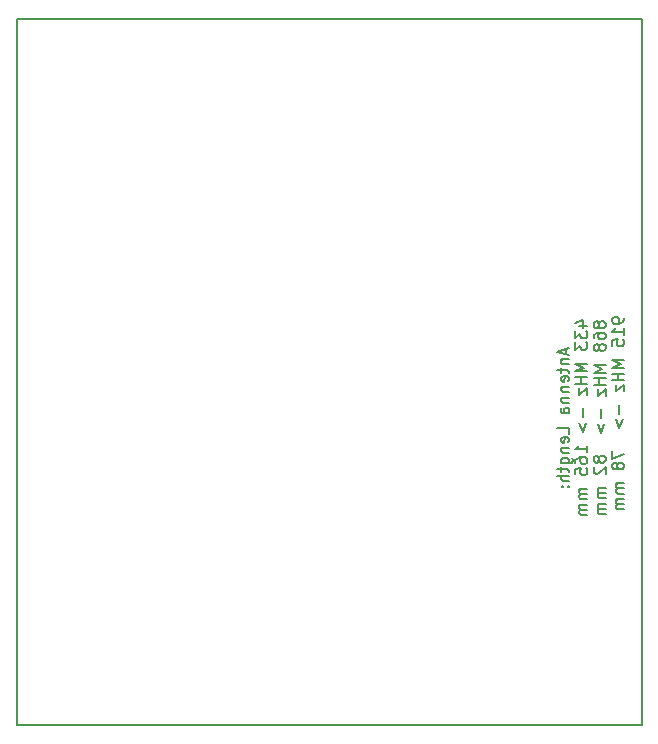
<source format=gbo>
G04 #@! TF.FileFunction,Legend,Bot*
%FSLAX46Y46*%
G04 Gerber Fmt 4.6, Leading zero omitted, Abs format (unit mm)*
G04 Created by KiCad (PCBNEW 4.0.2+e4-6225~38~ubuntu14.04.1-stable) date Wed 15 Jun 2016 12:47:41 PM EEST*
%MOMM*%
G01*
G04 APERTURE LIST*
%ADD10C,0.100000*%
%ADD11C,0.150000*%
%ADD12C,4.900000*%
%ADD13C,1.299160*%
%ADD14R,2.127200X2.127200*%
%ADD15O,2.127200X2.127200*%
%ADD16R,2.635200X2.635200*%
%ADD17C,1.797000*%
%ADD18R,2.400000X2.400000*%
%ADD19C,2.400000*%
G04 APERTURE END LIST*
D10*
D11*
X160274667Y-84947856D02*
X160274667Y-85424047D01*
X160560381Y-84852618D02*
X159560381Y-85185951D01*
X160560381Y-85519285D01*
X159893714Y-85852618D02*
X160560381Y-85852618D01*
X159988952Y-85852618D02*
X159941333Y-85900237D01*
X159893714Y-85995475D01*
X159893714Y-86138333D01*
X159941333Y-86233571D01*
X160036571Y-86281190D01*
X160560381Y-86281190D01*
X159893714Y-86614523D02*
X159893714Y-86995475D01*
X159560381Y-86757380D02*
X160417524Y-86757380D01*
X160512762Y-86804999D01*
X160560381Y-86900237D01*
X160560381Y-86995475D01*
X160512762Y-87709762D02*
X160560381Y-87614524D01*
X160560381Y-87424047D01*
X160512762Y-87328809D01*
X160417524Y-87281190D01*
X160036571Y-87281190D01*
X159941333Y-87328809D01*
X159893714Y-87424047D01*
X159893714Y-87614524D01*
X159941333Y-87709762D01*
X160036571Y-87757381D01*
X160131810Y-87757381D01*
X160227048Y-87281190D01*
X159893714Y-88185952D02*
X160560381Y-88185952D01*
X159988952Y-88185952D02*
X159941333Y-88233571D01*
X159893714Y-88328809D01*
X159893714Y-88471667D01*
X159941333Y-88566905D01*
X160036571Y-88614524D01*
X160560381Y-88614524D01*
X159893714Y-89090714D02*
X160560381Y-89090714D01*
X159988952Y-89090714D02*
X159941333Y-89138333D01*
X159893714Y-89233571D01*
X159893714Y-89376429D01*
X159941333Y-89471667D01*
X160036571Y-89519286D01*
X160560381Y-89519286D01*
X160560381Y-90424048D02*
X160036571Y-90424048D01*
X159941333Y-90376429D01*
X159893714Y-90281191D01*
X159893714Y-90090714D01*
X159941333Y-89995476D01*
X160512762Y-90424048D02*
X160560381Y-90328810D01*
X160560381Y-90090714D01*
X160512762Y-89995476D01*
X160417524Y-89947857D01*
X160322286Y-89947857D01*
X160227048Y-89995476D01*
X160179429Y-90090714D01*
X160179429Y-90328810D01*
X160131810Y-90424048D01*
X160560381Y-92138334D02*
X160560381Y-91662143D01*
X159560381Y-91662143D01*
X160512762Y-92852620D02*
X160560381Y-92757382D01*
X160560381Y-92566905D01*
X160512762Y-92471667D01*
X160417524Y-92424048D01*
X160036571Y-92424048D01*
X159941333Y-92471667D01*
X159893714Y-92566905D01*
X159893714Y-92757382D01*
X159941333Y-92852620D01*
X160036571Y-92900239D01*
X160131810Y-92900239D01*
X160227048Y-92424048D01*
X159893714Y-93328810D02*
X160560381Y-93328810D01*
X159988952Y-93328810D02*
X159941333Y-93376429D01*
X159893714Y-93471667D01*
X159893714Y-93614525D01*
X159941333Y-93709763D01*
X160036571Y-93757382D01*
X160560381Y-93757382D01*
X159893714Y-94662144D02*
X160703238Y-94662144D01*
X160798476Y-94614525D01*
X160846095Y-94566906D01*
X160893714Y-94471667D01*
X160893714Y-94328810D01*
X160846095Y-94233572D01*
X160512762Y-94662144D02*
X160560381Y-94566906D01*
X160560381Y-94376429D01*
X160512762Y-94281191D01*
X160465143Y-94233572D01*
X160369905Y-94185953D01*
X160084190Y-94185953D01*
X159988952Y-94233572D01*
X159941333Y-94281191D01*
X159893714Y-94376429D01*
X159893714Y-94566906D01*
X159941333Y-94662144D01*
X159893714Y-94995477D02*
X159893714Y-95376429D01*
X159560381Y-95138334D02*
X160417524Y-95138334D01*
X160512762Y-95185953D01*
X160560381Y-95281191D01*
X160560381Y-95376429D01*
X160560381Y-95709763D02*
X159560381Y-95709763D01*
X160560381Y-96138335D02*
X160036571Y-96138335D01*
X159941333Y-96090716D01*
X159893714Y-95995478D01*
X159893714Y-95852620D01*
X159941333Y-95757382D01*
X159988952Y-95709763D01*
X160465143Y-96614525D02*
X160512762Y-96662144D01*
X160560381Y-96614525D01*
X160512762Y-96566906D01*
X160465143Y-96614525D01*
X160560381Y-96614525D01*
X159941333Y-96614525D02*
X159988952Y-96662144D01*
X160036571Y-96614525D01*
X159988952Y-96566906D01*
X159941333Y-96614525D01*
X160036571Y-96614525D01*
X161443714Y-83019286D02*
X162110381Y-83019286D01*
X161062762Y-82781190D02*
X161777048Y-82543095D01*
X161777048Y-83162143D01*
X161110381Y-83447857D02*
X161110381Y-84066905D01*
X161491333Y-83733571D01*
X161491333Y-83876429D01*
X161538952Y-83971667D01*
X161586571Y-84019286D01*
X161681810Y-84066905D01*
X161919905Y-84066905D01*
X162015143Y-84019286D01*
X162062762Y-83971667D01*
X162110381Y-83876429D01*
X162110381Y-83590714D01*
X162062762Y-83495476D01*
X162015143Y-83447857D01*
X161110381Y-84400238D02*
X161110381Y-85019286D01*
X161491333Y-84685952D01*
X161491333Y-84828810D01*
X161538952Y-84924048D01*
X161586571Y-84971667D01*
X161681810Y-85019286D01*
X161919905Y-85019286D01*
X162015143Y-84971667D01*
X162062762Y-84924048D01*
X162110381Y-84828810D01*
X162110381Y-84543095D01*
X162062762Y-84447857D01*
X162015143Y-84400238D01*
X162110381Y-86209762D02*
X161110381Y-86209762D01*
X161824667Y-86543096D01*
X161110381Y-86876429D01*
X162110381Y-86876429D01*
X162110381Y-87352619D02*
X161110381Y-87352619D01*
X161586571Y-87352619D02*
X161586571Y-87924048D01*
X162110381Y-87924048D02*
X161110381Y-87924048D01*
X161443714Y-88305000D02*
X161443714Y-88828810D01*
X162110381Y-88305000D01*
X162110381Y-88828810D01*
X161729429Y-89971667D02*
X161729429Y-90733572D01*
X161443714Y-91209762D02*
X161729429Y-91971667D01*
X162015143Y-91209762D01*
X162110381Y-93733572D02*
X162110381Y-93162143D01*
X162110381Y-93447857D02*
X161110381Y-93447857D01*
X161253238Y-93352619D01*
X161348476Y-93257381D01*
X161396095Y-93162143D01*
X161110381Y-94590715D02*
X161110381Y-94400238D01*
X161158000Y-94305000D01*
X161205619Y-94257381D01*
X161348476Y-94162143D01*
X161538952Y-94114524D01*
X161919905Y-94114524D01*
X162015143Y-94162143D01*
X162062762Y-94209762D01*
X162110381Y-94305000D01*
X162110381Y-94495477D01*
X162062762Y-94590715D01*
X162015143Y-94638334D01*
X161919905Y-94685953D01*
X161681810Y-94685953D01*
X161586571Y-94638334D01*
X161538952Y-94590715D01*
X161491333Y-94495477D01*
X161491333Y-94305000D01*
X161538952Y-94209762D01*
X161586571Y-94162143D01*
X161681810Y-94114524D01*
X161110381Y-95590715D02*
X161110381Y-95114524D01*
X161586571Y-95066905D01*
X161538952Y-95114524D01*
X161491333Y-95209762D01*
X161491333Y-95447858D01*
X161538952Y-95543096D01*
X161586571Y-95590715D01*
X161681810Y-95638334D01*
X161919905Y-95638334D01*
X162015143Y-95590715D01*
X162062762Y-95543096D01*
X162110381Y-95447858D01*
X162110381Y-95209762D01*
X162062762Y-95114524D01*
X162015143Y-95066905D01*
X162110381Y-96828810D02*
X161443714Y-96828810D01*
X161538952Y-96828810D02*
X161491333Y-96876429D01*
X161443714Y-96971667D01*
X161443714Y-97114525D01*
X161491333Y-97209763D01*
X161586571Y-97257382D01*
X162110381Y-97257382D01*
X161586571Y-97257382D02*
X161491333Y-97305001D01*
X161443714Y-97400239D01*
X161443714Y-97543096D01*
X161491333Y-97638334D01*
X161586571Y-97685953D01*
X162110381Y-97685953D01*
X162110381Y-98162143D02*
X161443714Y-98162143D01*
X161538952Y-98162143D02*
X161491333Y-98209762D01*
X161443714Y-98305000D01*
X161443714Y-98447858D01*
X161491333Y-98543096D01*
X161586571Y-98590715D01*
X162110381Y-98590715D01*
X161586571Y-98590715D02*
X161491333Y-98638334D01*
X161443714Y-98733572D01*
X161443714Y-98876429D01*
X161491333Y-98971667D01*
X161586571Y-99019286D01*
X162110381Y-99019286D01*
X163088952Y-82828809D02*
X163041333Y-82733571D01*
X162993714Y-82685952D01*
X162898476Y-82638333D01*
X162850857Y-82638333D01*
X162755619Y-82685952D01*
X162708000Y-82733571D01*
X162660381Y-82828809D01*
X162660381Y-83019286D01*
X162708000Y-83114524D01*
X162755619Y-83162143D01*
X162850857Y-83209762D01*
X162898476Y-83209762D01*
X162993714Y-83162143D01*
X163041333Y-83114524D01*
X163088952Y-83019286D01*
X163088952Y-82828809D01*
X163136571Y-82733571D01*
X163184190Y-82685952D01*
X163279429Y-82638333D01*
X163469905Y-82638333D01*
X163565143Y-82685952D01*
X163612762Y-82733571D01*
X163660381Y-82828809D01*
X163660381Y-83019286D01*
X163612762Y-83114524D01*
X163565143Y-83162143D01*
X163469905Y-83209762D01*
X163279429Y-83209762D01*
X163184190Y-83162143D01*
X163136571Y-83114524D01*
X163088952Y-83019286D01*
X162660381Y-84066905D02*
X162660381Y-83876428D01*
X162708000Y-83781190D01*
X162755619Y-83733571D01*
X162898476Y-83638333D01*
X163088952Y-83590714D01*
X163469905Y-83590714D01*
X163565143Y-83638333D01*
X163612762Y-83685952D01*
X163660381Y-83781190D01*
X163660381Y-83971667D01*
X163612762Y-84066905D01*
X163565143Y-84114524D01*
X163469905Y-84162143D01*
X163231810Y-84162143D01*
X163136571Y-84114524D01*
X163088952Y-84066905D01*
X163041333Y-83971667D01*
X163041333Y-83781190D01*
X163088952Y-83685952D01*
X163136571Y-83638333D01*
X163231810Y-83590714D01*
X163088952Y-84733571D02*
X163041333Y-84638333D01*
X162993714Y-84590714D01*
X162898476Y-84543095D01*
X162850857Y-84543095D01*
X162755619Y-84590714D01*
X162708000Y-84638333D01*
X162660381Y-84733571D01*
X162660381Y-84924048D01*
X162708000Y-85019286D01*
X162755619Y-85066905D01*
X162850857Y-85114524D01*
X162898476Y-85114524D01*
X162993714Y-85066905D01*
X163041333Y-85019286D01*
X163088952Y-84924048D01*
X163088952Y-84733571D01*
X163136571Y-84638333D01*
X163184190Y-84590714D01*
X163279429Y-84543095D01*
X163469905Y-84543095D01*
X163565143Y-84590714D01*
X163612762Y-84638333D01*
X163660381Y-84733571D01*
X163660381Y-84924048D01*
X163612762Y-85019286D01*
X163565143Y-85066905D01*
X163469905Y-85114524D01*
X163279429Y-85114524D01*
X163184190Y-85066905D01*
X163136571Y-85019286D01*
X163088952Y-84924048D01*
X163660381Y-86305000D02*
X162660381Y-86305000D01*
X163374667Y-86638334D01*
X162660381Y-86971667D01*
X163660381Y-86971667D01*
X163660381Y-87447857D02*
X162660381Y-87447857D01*
X163136571Y-87447857D02*
X163136571Y-88019286D01*
X163660381Y-88019286D02*
X162660381Y-88019286D01*
X162993714Y-88400238D02*
X162993714Y-88924048D01*
X163660381Y-88400238D01*
X163660381Y-88924048D01*
X163279429Y-90066905D02*
X163279429Y-90828810D01*
X162993714Y-91305000D02*
X163279429Y-92066905D01*
X163565143Y-91305000D01*
X163088952Y-94209762D02*
X163041333Y-94114524D01*
X162993714Y-94066905D01*
X162898476Y-94019286D01*
X162850857Y-94019286D01*
X162755619Y-94066905D01*
X162708000Y-94114524D01*
X162660381Y-94209762D01*
X162660381Y-94400239D01*
X162708000Y-94495477D01*
X162755619Y-94543096D01*
X162850857Y-94590715D01*
X162898476Y-94590715D01*
X162993714Y-94543096D01*
X163041333Y-94495477D01*
X163088952Y-94400239D01*
X163088952Y-94209762D01*
X163136571Y-94114524D01*
X163184190Y-94066905D01*
X163279429Y-94019286D01*
X163469905Y-94019286D01*
X163565143Y-94066905D01*
X163612762Y-94114524D01*
X163660381Y-94209762D01*
X163660381Y-94400239D01*
X163612762Y-94495477D01*
X163565143Y-94543096D01*
X163469905Y-94590715D01*
X163279429Y-94590715D01*
X163184190Y-94543096D01*
X163136571Y-94495477D01*
X163088952Y-94400239D01*
X162755619Y-94971667D02*
X162708000Y-95019286D01*
X162660381Y-95114524D01*
X162660381Y-95352620D01*
X162708000Y-95447858D01*
X162755619Y-95495477D01*
X162850857Y-95543096D01*
X162946095Y-95543096D01*
X163088952Y-95495477D01*
X163660381Y-94924048D01*
X163660381Y-95543096D01*
X163660381Y-96733572D02*
X162993714Y-96733572D01*
X163088952Y-96733572D02*
X163041333Y-96781191D01*
X162993714Y-96876429D01*
X162993714Y-97019287D01*
X163041333Y-97114525D01*
X163136571Y-97162144D01*
X163660381Y-97162144D01*
X163136571Y-97162144D02*
X163041333Y-97209763D01*
X162993714Y-97305001D01*
X162993714Y-97447858D01*
X163041333Y-97543096D01*
X163136571Y-97590715D01*
X163660381Y-97590715D01*
X163660381Y-98066905D02*
X162993714Y-98066905D01*
X163088952Y-98066905D02*
X163041333Y-98114524D01*
X162993714Y-98209762D01*
X162993714Y-98352620D01*
X163041333Y-98447858D01*
X163136571Y-98495477D01*
X163660381Y-98495477D01*
X163136571Y-98495477D02*
X163041333Y-98543096D01*
X162993714Y-98638334D01*
X162993714Y-98781191D01*
X163041333Y-98876429D01*
X163136571Y-98924048D01*
X163660381Y-98924048D01*
X165210381Y-82352619D02*
X165210381Y-82543095D01*
X165162762Y-82638334D01*
X165115143Y-82685953D01*
X164972286Y-82781191D01*
X164781810Y-82828810D01*
X164400857Y-82828810D01*
X164305619Y-82781191D01*
X164258000Y-82733572D01*
X164210381Y-82638334D01*
X164210381Y-82447857D01*
X164258000Y-82352619D01*
X164305619Y-82305000D01*
X164400857Y-82257381D01*
X164638952Y-82257381D01*
X164734190Y-82305000D01*
X164781810Y-82352619D01*
X164829429Y-82447857D01*
X164829429Y-82638334D01*
X164781810Y-82733572D01*
X164734190Y-82781191D01*
X164638952Y-82828810D01*
X165210381Y-83781191D02*
X165210381Y-83209762D01*
X165210381Y-83495476D02*
X164210381Y-83495476D01*
X164353238Y-83400238D01*
X164448476Y-83305000D01*
X164496095Y-83209762D01*
X164210381Y-84685953D02*
X164210381Y-84209762D01*
X164686571Y-84162143D01*
X164638952Y-84209762D01*
X164591333Y-84305000D01*
X164591333Y-84543096D01*
X164638952Y-84638334D01*
X164686571Y-84685953D01*
X164781810Y-84733572D01*
X165019905Y-84733572D01*
X165115143Y-84685953D01*
X165162762Y-84638334D01*
X165210381Y-84543096D01*
X165210381Y-84305000D01*
X165162762Y-84209762D01*
X165115143Y-84162143D01*
X165210381Y-85924048D02*
X164210381Y-85924048D01*
X164924667Y-86257382D01*
X164210381Y-86590715D01*
X165210381Y-86590715D01*
X165210381Y-87066905D02*
X164210381Y-87066905D01*
X164686571Y-87066905D02*
X164686571Y-87638334D01*
X165210381Y-87638334D02*
X164210381Y-87638334D01*
X164543714Y-88019286D02*
X164543714Y-88543096D01*
X165210381Y-88019286D01*
X165210381Y-88543096D01*
X164829429Y-89685953D02*
X164829429Y-90447858D01*
X164543714Y-90924048D02*
X164829429Y-91685953D01*
X165115143Y-90924048D01*
X164210381Y-93590715D02*
X164210381Y-94257382D01*
X165210381Y-93828810D01*
X164638952Y-94781191D02*
X164591333Y-94685953D01*
X164543714Y-94638334D01*
X164448476Y-94590715D01*
X164400857Y-94590715D01*
X164305619Y-94638334D01*
X164258000Y-94685953D01*
X164210381Y-94781191D01*
X164210381Y-94971668D01*
X164258000Y-95066906D01*
X164305619Y-95114525D01*
X164400857Y-95162144D01*
X164448476Y-95162144D01*
X164543714Y-95114525D01*
X164591333Y-95066906D01*
X164638952Y-94971668D01*
X164638952Y-94781191D01*
X164686571Y-94685953D01*
X164734190Y-94638334D01*
X164829429Y-94590715D01*
X165019905Y-94590715D01*
X165115143Y-94638334D01*
X165162762Y-94685953D01*
X165210381Y-94781191D01*
X165210381Y-94971668D01*
X165162762Y-95066906D01*
X165115143Y-95114525D01*
X165019905Y-95162144D01*
X164829429Y-95162144D01*
X164734190Y-95114525D01*
X164686571Y-95066906D01*
X164638952Y-94971668D01*
X165210381Y-96352620D02*
X164543714Y-96352620D01*
X164638952Y-96352620D02*
X164591333Y-96400239D01*
X164543714Y-96495477D01*
X164543714Y-96638335D01*
X164591333Y-96733573D01*
X164686571Y-96781192D01*
X165210381Y-96781192D01*
X164686571Y-96781192D02*
X164591333Y-96828811D01*
X164543714Y-96924049D01*
X164543714Y-97066906D01*
X164591333Y-97162144D01*
X164686571Y-97209763D01*
X165210381Y-97209763D01*
X165210381Y-97685953D02*
X164543714Y-97685953D01*
X164638952Y-97685953D02*
X164591333Y-97733572D01*
X164543714Y-97828810D01*
X164543714Y-97971668D01*
X164591333Y-98066906D01*
X164686571Y-98114525D01*
X165210381Y-98114525D01*
X164686571Y-98114525D02*
X164591333Y-98162144D01*
X164543714Y-98257382D01*
X164543714Y-98400239D01*
X164591333Y-98495477D01*
X164686571Y-98543096D01*
X165210381Y-98543096D01*
X113792000Y-57023000D02*
X113919000Y-57023000D01*
X113792000Y-116840000D02*
X113792000Y-57023000D01*
X166751000Y-116840000D02*
X113792000Y-116840000D01*
X166751000Y-57023000D02*
X166751000Y-116840000D01*
X113919000Y-57023000D02*
X166751000Y-57023000D01*
%LPC*%
D12*
X116967000Y-113665000D03*
X163576000Y-113665000D03*
X163576000Y-60325000D03*
D13*
X119468900Y-67840860D03*
X119468900Y-72240140D03*
D14*
X120142000Y-104775000D03*
D15*
X117602000Y-104775000D03*
X120142000Y-102235000D03*
X117602000Y-102235000D03*
X120142000Y-99695000D03*
X117602000Y-99695000D03*
X120142000Y-97155000D03*
X117602000Y-97155000D03*
X120142000Y-94615000D03*
X117602000Y-94615000D03*
D16*
X163195000Y-78486000D03*
D17*
X124587000Y-105029000D03*
X129667000Y-105029000D03*
X124587000Y-112649000D03*
X129667000Y-112649000D03*
D18*
X120523000Y-78613000D03*
D19*
X117983000Y-78613000D03*
D18*
X120523000Y-84201000D03*
D19*
X117983000Y-84201000D03*
D18*
X120523000Y-89789000D03*
D19*
X117983000Y-89789000D03*
D12*
X116967000Y-60325000D03*
M02*

</source>
